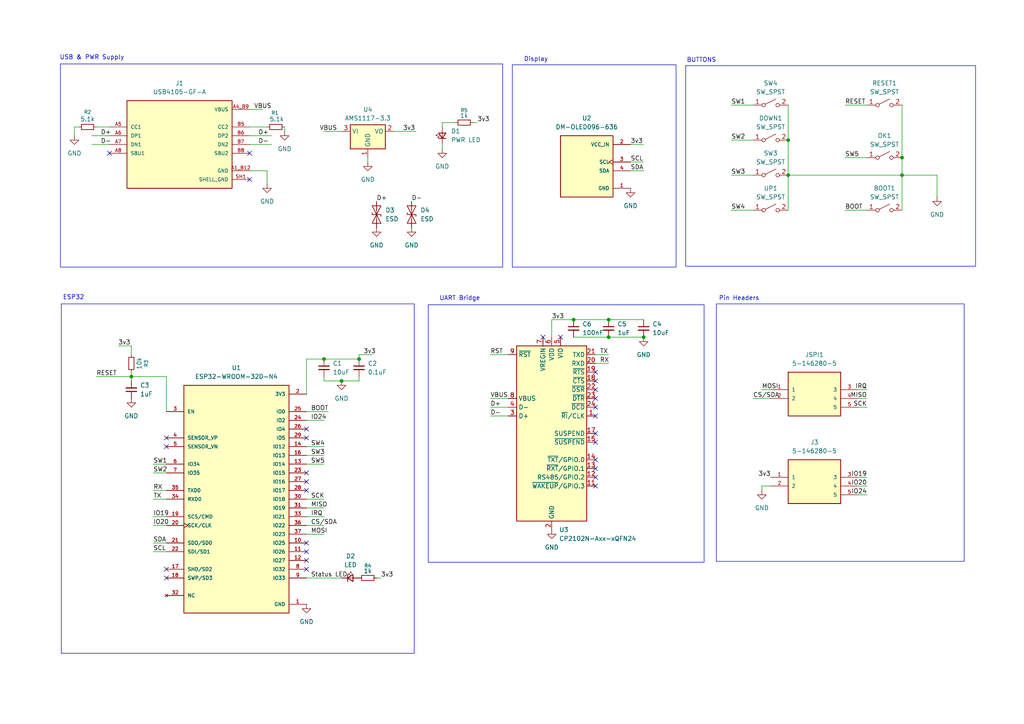
<source format=kicad_sch>
(kicad_sch (version 20250114) (generator "eeschema") (generator_version "9.0")
  (paper "A4")
  (title_block (title "ESSP 32 DEV Board") (date "2026-02-11") (rev "1"))
  (lib_symbols
    (symbol "5_pin_connector:5-146280-5" (pin_names (offset 1.016))
      (property "Reference" "J" (at -8.1295 7.6289 0))
      (property "Value" "5-146280-5" (at -7.6259 -7.6259 0))
      (symbol "5-146280-5_0_0"
        (rectangle (start -7.62 -5.08) (end 7.62 7.62) (stroke (width 0.254)) (fill (type background)))
        (pin passive line (at -12.7 2.54 0) (length 5.08) (name "1") (number "1"))
        (pin passive line (at -12.7 0 0) (length 5.08) (name "2") (number "2"))
        (pin passive line (at 12.7 2.54 180) (length 5.08) (name "3") (number "3"))
        (pin passive line (at 12.7 0 180) (length 5.08) (name "4") (number "4"))
        (pin passive line (at 12.7 -2.54 180) (length 5.08) (name "5") (number "5"))
      )
    )
    (symbol "Device:C_Small" (pin_numbers (hide yes)) (pin_names (offset 0.254) (hide yes))
      (property "Reference" "C" (at 0.254 1.778 0))
      (property "Value" "C_Small" (at 0.254 -2.032 0))
      (symbol "C_Small_0_1"
        (polyline (pts (xy -1.524 0.508) (xy 1.524 0.508)) (stroke (width 0.3048)))
        (polyline (pts (xy -1.524 -0.508) (xy 1.524 -0.508)) (stroke (width 0.3302)))
      )
      (symbol "C_Small_1_1"
        (pin passive line (at 0 2.54 270) (length 2.032) (name "~") (number "1"))
        (pin passive line (at 0 -2.54 90) (length 2.032) (name "~") (number "2"))
      )
    )
    (symbol "Device:LED_Small" (pin_numbers (hide yes)) (pin_names (offset 0.254) (hide yes))
      (property "Reference" "D" (at -1.27 3.175 0))
      (property "Value" "LED_Small" (at -4.445 -2.54 0))
      (symbol "LED_Small_0_1"
        (polyline (pts (xy -0.762 -1.016) (xy -0.762 1.016)) (stroke (width 0.254)))
        (polyline (pts (xy 0 0.762) (xy -0.508 1.27) (xy -0.254 1.27) (xy -0.508 1.27) (xy -0.508 1.016)))
        (polyline (pts (xy 0.508 1.27) (xy 0 1.778) (xy 0.254 1.778) (xy 0 1.778) (xy 0 1.524)))
        (polyline (pts (xy 0.762 -1.016) (xy -0.762 0) (xy 0.762 1.016) (xy 0.762 -1.016)) (stroke (width 0.254)))
        (polyline (pts (xy 1.016 0) (xy -0.762 0)))
      )
      (symbol "LED_Small_1_1"
        (pin passive line (at -2.54 0 0) (length 1.778) (name "K") (number "1"))
        (pin passive line (at 2.54 0 180) (length 1.778) (name "A") (number "2"))
      )
    )
    (symbol "Device:R_Small" (pin_numbers (hide yes)) (pin_names (offset 0.254) (hide yes))
      (property "Reference" "R" (at 0 0 90))
      (property "Value" "R_Small" (at 1.778 0 90))
      (symbol "R_Small_0_1"
        (rectangle (start -0.762 1.778) (end 0.762 -1.778) (stroke (width 0.2032)))
      )
      (symbol "R_Small_1_1"
        (pin passive line (at 0 2.54 270) (length 0.762) (name "~") (number "1"))
        (pin passive line (at 0 -2.54 90) (length 0.762) (name "~") (number "2"))
      )
    )
    (symbol "Diode:ESD131-B1-W0201" (pin_numbers (hide yes)) (pin_names (offset 1.016) (hide yes))
      (property "Reference" "D" (at 0 2.54 0))
      (property "Value" "ESD131-B1-W0201" (at 0 -2.54 0))
      (symbol "ESD131-B1-W0201_0_1"
        (polyline (pts (xy -2.54 -1.27) (xy 0 0) (xy -2.54 1.27) (xy -2.54 -1.27)) (stroke (width 0.2032)))
        (polyline (pts (xy 0.508 1.27) (xy 0 1.27) (xy 0 -1.27) (xy -0.508 -1.27)) (stroke (width 0.2032)))
        (polyline (pts (xy 1.27 0) (xy -1.27 0)))
        (polyline (pts (xy 2.54 1.27) (xy 2.54 -1.27) (xy 0 0) (xy 2.54 1.27)) (stroke (width 0.2032)))
      )
      (symbol "ESD131-B1-W0201_1_1"
        (pin passive line (at -3.81 0 0) (length 2.54) (name "A1") (number "1"))
        (pin passive line (at 3.81 0 180) (length 2.54) (name "A2") (number "2"))
      )
    )
    (symbol "ESP32-WROOM-32D-N4:ESP32-WROOM-32D-N4" (pin_names (offset 1.016))
      (property "Reference" "U" (at -15.0359 34.1345 0))
      (property "Value" "ESP32-WROOM-32D-N4" (at -15.2867 -35.6681 0))
      (symbol "ESP32-WROOM-32D-N4_0_0"
        (rectangle (start -15.24 -33.02) (end 15.24 33.02) (stroke (width 0.254)) (fill (type background)))
        (pin input line (at -20.32 25.4 0) (length 5.08) (name "EN") (number "3"))
        (pin input line (at -20.32 17.78 0) (length 5.08) (name "SENSOR_VP") (number "4"))
        (pin input line (at -20.32 15.24 0) (length 5.08) (name "SENSOR_VN") (number "5"))
        (pin input line (at -20.32 10.16 0) (length 5.08) (name "IO34") (number "6"))
        (pin input line (at -20.32 7.62 0) (length 5.08) (name "IO35") (number "7"))
        (pin bidirectional line (at -20.32 2.54 0) (length 5.08) (name "TXD0") (number "35"))
        (pin bidirectional line (at -20.32 0 0) (length 5.08) (name "RXD0") (number "34"))
        (pin bidirectional line (at -20.32 -5.08 0) (length 5.08) (name "SCS/CMD") (number "19"))
        (pin bidirectional clock (at -20.32 -7.62 0) (length 5.08) (name "SCK/CLK") (number "20"))
        (pin bidirectional line (at -20.32 -12.7 0) (length 5.08) (name "SDO/SD0") (number "21"))
        (pin bidirectional line (at -20.32 -15.24 0) (length 5.08) (name "SDI/SD1") (number "22"))
        (pin bidirectional line (at -20.32 -20.32 0) (length 5.08) (name "SHD/SD2") (number "17"))
        (pin bidirectional line (at -20.32 -22.86 0) (length 5.08) (name "SWP/SD3") (number "18"))
        (pin no_connect line (at -20.32 -27.94 0) (length 5.08) (name "NC") (number "32"))
        (pin power_in line (at 20.32 30.48 180) (length 5.08) (name "3V3") (number "2"))
        (pin bidirectional line (at 20.32 25.4 180) (length 5.08) (name "IO0") (number "25"))
        (pin bidirectional line (at 20.32 22.86 180) (length 5.08) (name "IO2") (number "24"))
        (pin bidirectional line (at 20.32 20.32 180) (length 5.08) (name "IO4") (number "26"))
        (pin bidirectional line (at 20.32 17.78 180) (length 5.08) (name "IO5") (number "29"))
        (pin bidirectional line (at 20.32 15.24 180) (length 5.08) (name "IO12") (number "14"))
        (pin bidirectional line (at 20.32 12.7 180) (length 5.08) (name "IO13") (number "16"))
        (pin bidirectional line (at 20.32 10.16 180) (length 5.08) (name "IO14") (number "13"))
        (pin bidirectional line (at 20.32 7.62 180) (length 5.08) (name "IO15") (number "23"))
        (pin bidirectional line (at 20.32 5.08 180) (length 5.08) (name "IO16") (number "27"))
        (pin bidirectional line (at 20.32 2.54 180) (length 5.08) (name "IO17") (number "28"))
        (pin bidirectional line (at 20.32 0 180) (length 5.08) (name "IO18") (number "30"))
        (pin bidirectional line (at 20.32 -2.54 180) (length 5.08) (name "IO19") (number "31"))
        (pin bidirectional line (at 20.32 -5.08 180) (length 5.08) (name "IO21") (number "33"))
        (pin bidirectional line (at 20.32 -7.62 180) (length 5.08) (name "IO22") (number "36"))
        (pin bidirectional line (at 20.32 -10.16 180) (length 5.08) (name "IO23") (number "37"))
        (pin bidirectional line (at 20.32 -12.7 180) (length 5.08) (name "IO25") (number "10"))
        (pin bidirectional line (at 20.32 -15.24 180) (length 5.08) (name "IO26") (number "11"))
        (pin bidirectional line (at 20.32 -17.78 180) (length 5.08) (name "IO27") (number "12"))
        (pin bidirectional line (at 20.32 -20.32 180) (length 5.08) (name "IO32") (number "8"))
        (pin bidirectional line (at 20.32 -22.86 180) (length 5.08) (name "IO33") (number "9"))
        (pin power_in line (at 20.32 -30.48 180) (length 5.08) (name "GND") (number "1"))
        (pin power_in line (at 20.32 -30.48 180) (length 5.08) (hide yes) (name "GND") (number "15"))
        (pin power_in line (at 20.32 -30.48 180) (length 5.08) (hide yes) (name "GND") (number "38"))
        (pin power_in line (at 20.32 -30.48 180) (length 5.08) (hide yes) (name "GND") (number "39_1"))
        (pin power_in line (at 20.32 -30.48 180) (length 5.08) (hide yes) (name "GND") (number "39_10"))
        (pin power_in line (at 20.32 -30.48 180) (length 5.08) (hide yes) (name "GND") (number "39_11"))
        (pin power_in line (at 20.32 -30.48 180) (length 5.08) (hide yes) (name "GND") (number "39_12"))
        (pin power_in line (at 20.32 -30.48 180) (length 5.08) (hide yes) (name "GND") (number "39_13"))
        (pin power_in line (at 20.32 -30.48 180) (length 5.08) (hide yes) (name "GND") (number "39_14"))
        (pin power_in line (at 20.32 -30.48 180) (length 5.08) (hide yes) (name "GND") (number "39_15"))
        (pin power_in line (at 20.32 -30.48 180) (length 5.08) (hide yes) (name "GND") (number "39_16"))
        (pin power_in line (at 20.32 -30.48 180) (length 5.08) (hide yes) (name "GND") (number "39_17"))
        (pin power_in line (at 20.32 -30.48 180) (length 5.08) (hide yes) (name "GND") (number "39_18"))
        (pin power_in line (at 20.32 -30.48 180) (length 5.08) (hide yes) (name "GND") (number "39_19"))
        (pin power_in line (at 20.32 -30.48 180) (length 5.08) (hide yes) (name "GND") (number "39_2"))
        (pin power_in line (at 20.32 -30.48 180) (length 5.08) (hide yes) (name "GND") (number "39_20"))
        (pin power_in line (at 20.32 -30.48 180) (length 5.08) (hide yes) (name "GND") (number "39_21"))
        (pin power_in line (at 20.32 -30.48 180) (length 5.08) (hide yes) (name "GND") (number "39_3"))
        (pin power_in line (at 20.32 -30.48 180) (length 5.08) (hide yes) (name "GND") (number "39_4"))
        (pin power_in line (at 20.32 -30.48 180) (length 5.08) (hide yes) (name "GND") (number "39_5"))
        (pin power_in line (at 20.32 -30.48 180) (length 5.08) (hide yes) (name "GND") (number "39_6"))
        (pin power_in line (at 20.32 -30.48 180) (length 5.08) (hide yes) (name "GND") (number "39_7"))
        (pin power_in line (at 20.32 -30.48 180) (length 5.08) (hide yes) (name "GND") (number "39_8"))
        (pin power_in line (at 20.32 -30.48 180) (length 5.08) (hide yes) (name "GND") (number "39_9"))
      )
    )
    (symbol "Interface_USB:CP2102N-Axx-xQFN24"
      (property "Reference" "U" (at -8.89 26.67 0))
      (property "Value" "CP2102N-Axx-xQFN24" (at 13.97 26.67 0))
      (symbol "CP2102N-Axx-xQFN24_0_1"
        (rectangle (start -10.16 25.4) (end 10.16 -25.4) (stroke (width 0.254)) (fill (type background)))
      )
      (symbol "CP2102N-Axx-xQFN24_1_1"
        (pin input line (at -12.7 22.86 0) (length 2.54) (name "~{RST}") (number "9"))
        (pin input line (at -12.7 10.16 0) (length 2.54) (name "VBUS") (number "8"))
        (pin bidirectional line (at -12.7 7.62 0) (length 2.54) (name "D-") (number "4"))
        (pin bidirectional line (at -12.7 5.08 0) (length 2.54) (name "D+") (number "3"))
        (pin no_connect line (at -10.16 -22.86 0) (length 2.54) (hide yes) (name "NC") (number "10"))
        (pin power_in line (at -2.54 27.94 270) (length 2.54) (name "VREGIN") (number "7"))
        (pin power_in line (at 0 27.94 270) (length 2.54) (name "VDD") (number "6"))
        (pin power_in line (at 0 -27.94 90) (length 2.54) (name "GND") (number "2"))
        (pin passive line (at 0 -27.94 90) (length 2.54) (hide yes) (name "GND") (number "25"))
        (pin power_in line (at 2.54 27.94 270) (length 2.54) (name "VIO") (number "5"))
        (pin no_connect line (at 10.16 -22.86 180) (length 2.54) (hide yes) (name "NC") (number "16"))
        (pin output line (at 12.7 22.86 180) (length 2.54) (name "TXD") (number "21"))
        (pin input line (at 12.7 20.32 180) (length 2.54) (name "RXD") (number "20"))
        (pin output line (at 12.7 17.78 180) (length 2.54) (name "~{RTS}") (number "19"))
        (pin input line (at 12.7 15.24 180) (length 2.54) (name "~{CTS}") (number "18"))
        (pin input line (at 12.7 12.7 180) (length 2.54) (name "~{DSR}") (number "22"))
        (pin output line (at 12.7 10.16 180) (length 2.54) (name "~{DTR}") (number "23"))
        (pin input line (at 12.7 7.62 180) (length 2.54) (name "~{DCD}") (number "24"))
        (pin bidirectional line (at 12.7 5.08 180) (length 2.54) (name "~{RI}/CLK") (number "1"))
        (pin output line (at 12.7 0 180) (length 2.54) (name "SUSPEND") (number "17"))
        (pin output line (at 12.7 -2.54 180) (length 2.54) (name "~{SUSPEND}") (number "15"))
        (pin bidirectional line (at 12.7 -7.62 180) (length 2.54) (name "~{TXT}/GPIO.0") (number "14"))
        (pin bidirectional line (at 12.7 -10.16 180) (length 2.54) (name "~{RXT}/GPIO.1") (number "13"))
        (pin bidirectional line (at 12.7 -12.7 180) (length 2.54) (name "RS485/GPIO.2") (number "12"))
        (pin bidirectional line (at 12.7 -15.24 180) (length 2.54) (name "~{WAKEUP}/GPIO.3") (number "11"))
      )
    )
    (symbol "OLED096-ssd1306:DM-OLED096-636" (pin_names (offset 1.016))
      (property "Reference" "U" (at -7.62 10.922 0))
      (property "Value" "DM-OLED096-636" (at -7.62 -10.16 0))
      (symbol "DM-OLED096-636_0_0"
        (rectangle (start -7.62 -7.62) (end 7.62 10.16) (stroke (width 0.254)) (fill (type background)))
        (pin power_in line (at 12.7 7.62 180) (length 5.08) (name "VCC_IN") (number "2"))
        (pin input clock (at 12.7 2.54 180) (length 5.08) (name "SCL") (number "3"))
        (pin bidirectional line (at 12.7 0 180) (length 5.08) (name "SDA") (number "4"))
        (pin power_in line (at 12.7 -5.08 180) (length 5.08) (name "GND") (number "1"))
      )
    )
    (symbol "Regulator_Linear:AMS1117-3.3"
      (property "Reference" "U" (at -3.81 3.175 0))
      (property "Value" "AMS1117-3.3" (at 0 3.175 0))
      (symbol "AMS1117-3.3_0_1"
        (rectangle (start -5.08 -5.08) (end 5.08 1.905) (stroke (width 0.254)) (fill (type background)))
      )
      (symbol "AMS1117-3.3_1_1"
        (pin power_in line (at -7.62 0 0) (length 2.54) (name "VI") (number "3"))
        (pin power_in line (at 0 -7.62 90) (length 2.54) (name "GND") (number "1"))
        (pin power_out line (at 7.62 0 180) (length 2.54) (name "VO") (number "2"))
      )
    )
    (symbol "Switch:SW_SPST" (pin_names (offset 0) (hide yes))
      (property "Reference" "SW" (at 0 3.175 0))
      (property "Value" "SW_SPST" (at 0 -2.54 0))
      (symbol "SW_SPST_0_0"
        (circle (center -2.032 0) (radius 0.508))
        (polyline (pts (xy -1.524 0.254) (xy 1.524 1.778)))
        (circle (center 2.032 0) (radius 0.508))
      )
      (symbol "SW_SPST_1_1"
        (pin passive line (at -5.08 0 0) (length 2.54) (name "A") (number "1"))
        (pin passive line (at 5.08 0 180) (length 2.54) (name "B") (number "2"))
      )
    )
    (symbol "USB_C_4105-GF-A:USB4105-GF-A" (pin_names (offset 1.016))
      (property "Reference" "J" (at -15.24 13.97 0))
      (property "Value" "USB4105-GF-A" (at -15.24 -15.24 0))
      (symbol "USB4105-GF-A_0_0"
        (rectangle (start -15.24 -12.7) (end 15.24 12.7) (stroke (width 0.254)) (fill (type background)))
        (pin bidirectional line (at -20.32 5.08 0) (length 5.08) (name "CC1") (number "A5"))
        (pin bidirectional line (at -20.32 2.54 0) (length 5.08) (name "DP1") (number "A6"))
        (pin bidirectional line (at -20.32 0 0) (length 5.08) (name "DN1") (number "A7"))
        (pin bidirectional line (at -20.32 -2.54 0) (length 5.08) (name "SBU1") (number "A8"))
        (pin power_in line (at 20.32 10.16 180) (length 5.08) (name "VBUS") (number "A4_B9"))
        (pin power_in line (at 20.32 10.16 180) (length 5.08) (hide yes) (name "VBUS") (number "B4_A9"))
        (pin bidirectional line (at 20.32 5.08 180) (length 5.08) (name "CC2") (number "B5"))
        (pin bidirectional line (at 20.32 2.54 180) (length 5.08) (name "DP2") (number "B6"))
        (pin bidirectional line (at 20.32 0 180) (length 5.08) (name "DN2") (number "B7"))
        (pin bidirectional line (at 20.32 -2.54 180) (length 5.08) (name "SBU2") (number "B8"))
        (pin power_in line (at 20.32 -7.62 180) (length 5.08) (name "GND") (number "A1_B12"))
        (pin power_in line (at 20.32 -7.62 180) (length 5.08) (hide yes) (name "GND") (number "B1_A12"))
        (pin power_in line (at 20.32 -10.16 180) (length 5.08) (name "SHELL_GND") (number "SH1"))
        (pin power_in line (at 20.32 -10.16 180) (length 5.08) (hide yes) (name "SHELL_GND") (number "SH2"))
        (pin power_in line (at 20.32 -10.16 180) (length 5.08) (hide yes) (name "SHELL_GND") (number "SH3"))
        (pin power_in line (at 20.32 -10.16 180) (length 5.08) (hide yes) (name "SHELL_GND") (number "SH4"))
      )
    )
    (symbol "power:GND" (power) (pin_numbers (hide yes)) (pin_names (offset 0) (hide yes))
      (property "Value" "GND" (at 0 -3.81 0))
      (symbol "GND_0_1"
        (polyline (pts (xy 0 0) (xy 0 -1.27) (xy 1.27 -1.27) (xy 0 -2.54) (xy -1.27 -1.27) (xy 0 -1.27)))
      )
      (symbol "GND_1_1"
        (pin power_in line (at 0 0 270) (length 0) (name "~") (number "1"))
      )
    )
  )
  (rectangle (start 17.78 88.138) (end 120.142 189.484))
  (rectangle (start 148.59 18.796) (end 196.088 77.47))
  (rectangle (start 124.206 88.392) (end 204.216 163.068))
  (rectangle (start 207.772 88.138) (end 279.654 162.814))
  (rectangle (start 198.882 19.05) (end 282.956 77.216))
  (rectangle (start 17.526 18.542) (end 145.796 77.47))
  (text "UART Bridge" (at 133.35 86.614 0) (effects (font (size 1.27 1.27))))
  (text "Display\n" (at 155.448 17.272 0) (effects (font (size 1.27 1.27))))
  (text "BUTTONS\n" (at 203.454 17.526 0) (effects (font (size 1.27 1.27))))
  (text "ESP32\n" (at 21.336 86.36 0) (effects (font (size 1.27 1.27))))
  (text "USB & PWR Supply\n" (at 26.67 16.764 0) (effects (font (size 1.27 1.27))))
  (text "Pin Headers\n" (at 214.376 86.614 0) (effects (font (size 1.27 1.27))))
  (junction (at 166.37 92.71))
  (junction (at 99.06 110.49))
  (junction (at 104.14 104.14))
  (junction (at 261.62 45.72))
  (junction (at 186.69 97.79))
  (junction (at 93.98 104.14))
  (junction (at 228.6 50.8))
  (junction (at 261.62 50.8))
  (junction (at 176.53 92.71))
  (junction (at 228.6 40.64))
  (junction (at 38.1 109.22))
  (junction (at 176.53 97.79))
  (no_connect (at 172.72 125.73))
  (no_connect (at 172.72 115.57))
  (no_connect (at 172.72 140.97))
  (no_connect (at 172.72 128.27))
  (no_connect (at 48.26 165.1))
  (no_connect (at 48.26 129.54))
  (no_connect (at 88.9 137.16))
  (no_connect (at 72.39 52.07))
  (no_connect (at 162.56 97.79))
  (no_connect (at 88.9 127))
  (no_connect (at 172.72 133.35))
  (no_connect (at 172.72 135.89))
  (no_connect (at 88.9 162.56))
  (no_connect (at 172.72 107.95))
  (no_connect (at 88.9 142.24))
  (no_connect (at 88.9 157.48))
  (no_connect (at 172.72 138.43))
  (no_connect (at 172.72 120.65))
  (no_connect (at 88.9 124.46))
  (no_connect (at 172.72 110.49))
  (no_connect (at 31.75 44.45))
  (no_connect (at 72.39 44.45))
  (no_connect (at 48.26 167.64))
  (no_connect (at 88.9 160.02))
  (no_connect (at 88.9 139.7))
  (no_connect (at 88.9 165.1))
  (no_connect (at 172.72 118.11))
  (no_connect (at 48.26 127))
  (no_connect (at 157.48 97.79))
  (no_connect (at 172.72 113.03))
  (wire (pts (xy 128.27 43.18) (xy 128.27 41.91)))
  (wire (pts (xy 220.98 113.03) (xy 223.52 113.03)))
  (wire (pts (xy 88.9 134.62) (xy 93.98 134.62)))
  (wire (pts (xy 172.72 105.41) (xy 176.53 105.41)))
  (wire (pts (xy 182.88 46.99) (xy 186.69 46.99)))
  (wire (pts (xy 137.16 35.56) (xy 138.43 35.56)))
  (wire (pts (xy 44.45 142.24) (xy 48.26 142.24)))
  (wire (pts (xy 88.9 144.78) (xy 93.98 144.78)))
  (wire (pts (xy 128.27 35.56) (xy 132.08 35.56)))
  (wire (pts (xy 72.39 31.75) (xy 76.2 31.75)))
  (wire (pts (xy 93.98 109.22) (xy 93.98 110.49)))
  (wire (pts (xy 261.62 45.72) (xy 261.62 50.8)))
  (wire (pts (xy 88.9 132.08) (xy 93.98 132.08)))
  (wire (pts (xy 34.29 100.33) (xy 38.1 100.33)))
  (wire (pts (xy 212.09 60.96) (xy 218.44 60.96)))
  (wire (pts (xy 142.24 120.65) (xy 147.32 120.65)))
  (wire (pts (xy 27.94 109.22) (xy 38.1 109.22)))
  (wire (pts (xy 72.39 49.53) (xy 77.47 49.53)))
  (wire (pts (xy 104.14 110.49) (xy 104.14 109.22)))
  (wire (pts (xy 160.02 92.71) (xy 160.02 97.79)))
  (wire (pts (xy 261.62 50.8) (xy 261.62 60.96)))
  (wire (pts (xy 88.9 104.14) (xy 88.9 114.3)))
  (wire (pts (xy 212.09 50.8) (xy 218.44 50.8)))
  (wire (pts (xy 93.98 104.14) (xy 88.9 104.14)))
  (wire (pts (xy 44.45 137.16) (xy 48.26 137.16)))
  (wire (pts (xy 38.1 107.95) (xy 38.1 109.22)))
  (wire (pts (xy 245.11 60.96) (xy 251.46 60.96)))
  (wire (pts (xy 104.14 104.14) (xy 104.14 102.87)))
  (wire (pts (xy 176.53 92.71) (xy 186.69 92.71)))
  (wire (pts (xy 77.47 49.53) (xy 77.47 53.34)))
  (wire (pts (xy 176.53 97.79) (xy 186.69 97.79)))
  (wire (pts (xy 44.45 144.78) (xy 48.26 144.78)))
  (wire (pts (xy 218.44 115.57) (xy 223.52 115.57)))
  (wire (pts (xy 109.22 167.64) (xy 110.49 167.64)))
  (wire (pts (xy 271.78 50.8) (xy 261.62 50.8)))
  (wire (pts (xy 248.92 138.43) (xy 251.46 138.43)))
  (wire (pts (xy 44.45 134.62) (xy 48.26 134.62)))
  (wire (pts (xy 93.98 38.1) (xy 99.06 38.1)))
  (wire (pts (xy 104.14 102.87) (xy 107.95 102.87)))
  (wire (pts (xy 182.88 49.53) (xy 186.69 49.53)))
  (wire (pts (xy 93.98 110.49) (xy 99.06 110.49)))
  (wire (pts (xy 72.39 41.91) (xy 78.74 41.91)))
  (wire (pts (xy 142.24 102.87) (xy 147.32 102.87)))
  (wire (pts (xy 88.9 167.64) (xy 99.06 167.64)))
  (wire (pts (xy 21.59 36.83) (xy 21.59 39.37)))
  (wire (pts (xy 228.6 30.48) (xy 228.6 40.64)))
  (wire (pts (xy 228.6 50.8) (xy 228.6 60.96)))
  (wire (pts (xy 88.9 147.32) (xy 93.98 147.32)))
  (wire (pts (xy 106.68 45.72) (xy 106.68 46.99)))
  (wire (pts (xy 48.26 119.38) (xy 48.26 109.22)))
  (wire (pts (xy 212.09 40.64) (xy 218.44 40.64)))
  (wire (pts (xy 142.24 115.57) (xy 147.32 115.57)))
  (wire (pts (xy 160.02 92.71) (xy 166.37 92.71)))
  (wire (pts (xy 271.78 57.15) (xy 271.78 50.8)))
  (wire (pts (xy 93.98 104.14) (xy 104.14 104.14)))
  (wire (pts (xy 220.98 142.24) (xy 220.98 140.97)))
  (wire (pts (xy 26.67 41.91) (xy 31.75 41.91)))
  (wire (pts (xy 245.11 30.48) (xy 251.46 30.48)))
  (wire (pts (xy 88.9 154.94) (xy 93.98 154.94)))
  (wire (pts (xy 38.1 102.87) (xy 38.1 100.33)))
  (wire (pts (xy 99.06 110.49) (xy 104.14 110.49)))
  (wire (pts (xy 182.88 41.91) (xy 186.69 41.91)))
  (wire (pts (xy 38.1 109.22) (xy 38.1 110.49)))
  (wire (pts (xy 88.9 149.86) (xy 93.98 149.86)))
  (wire (pts (xy 44.45 149.86) (xy 48.26 149.86)))
  (wire (pts (xy 88.9 119.38) (xy 95.25 119.38)))
  (wire (pts (xy 172.72 102.87) (xy 176.53 102.87)))
  (wire (pts (xy 44.45 152.4) (xy 48.26 152.4)))
  (wire (pts (xy 212.09 30.48) (xy 218.44 30.48)))
  (wire (pts (xy 38.1 109.22) (xy 48.26 109.22)))
  (wire (pts (xy 245.11 45.72) (xy 251.46 45.72)))
  (wire (pts (xy 114.3 38.1) (xy 120.65 38.1)))
  (wire (pts (xy 248.92 143.51) (xy 251.46 143.51)))
  (wire (pts (xy 142.24 118.11) (xy 147.32 118.11)))
  (wire (pts (xy 72.39 39.37) (xy 78.74 39.37)))
  (wire (pts (xy 44.45 157.48) (xy 48.26 157.48)))
  (wire (pts (xy 248.92 115.57) (xy 251.46 115.57)))
  (wire (pts (xy 26.67 39.37) (xy 31.75 39.37)))
  (wire (pts (xy 166.37 97.79) (xy 176.53 97.79)))
  (wire (pts (xy 261.62 30.48) (xy 261.62 45.72)))
  (wire (pts (xy 27.94 36.83) (xy 31.75 36.83)))
  (wire (pts (xy 128.27 36.83) (xy 128.27 35.56)))
  (wire (pts (xy 228.6 50.8) (xy 261.62 50.8)))
  (wire (pts (xy 166.37 92.71) (xy 176.53 92.71)))
  (wire (pts (xy 88.9 129.54) (xy 93.98 129.54)))
  (wire (pts (xy 248.92 140.97) (xy 251.46 140.97)))
  (wire (pts (xy 22.86 36.83) (xy 21.59 36.83)))
  (wire (pts (xy 88.9 121.92) (xy 93.98 121.92)))
  (wire (pts (xy 72.39 36.83) (xy 77.47 36.83)))
  (wire (pts (xy 88.9 152.4) (xy 93.98 152.4)))
  (wire (pts (xy 228.6 40.64) (xy 228.6 50.8)))
  (wire (pts (xy 82.55 36.83) (xy 82.55 38.1)))
  (wire (pts (xy 251.46 118.11) (xy 248.92 118.11)))
  (wire (pts (xy 248.92 113.03) (xy 251.46 113.03)))
  (wire (pts (xy 44.45 160.02) (xy 48.26 160.02)))
  (wire (pts (xy 220.98 140.97) (xy 223.52 140.97)))
  (label "D+" (at 29.21 39.37 0))
  (label "SW5" (at 245.11 45.72 0))
  (label "MISO" (at 90.17 147.32 0))
  (label "SCL" (at 182.88 46.99 0))
  (label "Status LED" (at 90.17 167.64 0))
  (label "3v3" (at 160.02 92.71 0))
  (label "CS{slash}SDA" (at 218.44 115.57 0))
  (label "IO24" (at 251.46 143.51 180))
  (label "SCK" (at 251.46 118.11 180))
  (label "3v3" (at 223.52 138.43 180))
  (label "SW3" (at 90.17 132.08 0))
  (label "IRQ" (at 251.46 113.03 180))
  (label "D-" (at 74.93 41.91 0))
  (label "SDA" (at 182.88 49.53 0))
  (label "SDA" (at 44.45 157.48 0))
  (label "CS{slash}SDA" (at 90.17 152.4 0))
  (label "VBUS" (at 73.66 31.75 0))
  (label "SCL" (at 44.45 160.02 0))
  (label "3v3" (at 110.49 167.64 0))
  (label "3v3" (at 182.88 41.91 0))
  (label "SW4" (at 90.17 129.54 0))
  (label "SW3" (at 212.09 50.8 0))
  (label "3v3" (at 138.43 35.56 0))
  (label "IO19" (at 251.46 138.43 180))
  (label "D+" (at 74.93 39.37 0))
  (label "SW1" (at 212.09 30.48 0))
  (label "RESET" (at 245.11 30.48 0))
  (label "IRQ" (at 90.17 149.86 0))
  (label "IO19" (at 44.45 149.86 0))
  (label "D+" (at 142.24 118.11 0))
  (label "RST" (at 142.24 102.87 0))
  (label "RX" (at 44.45 142.24 0))
  (label "TX" (at 173.99 102.87 0))
  (label "D-" (at 142.24 120.65 0))
  (label "IO20" (at 44.45 152.4 0))
  (label "MOSI" (at 220.98 113.03 0))
  (label "VBUS" (at 97.79 38.1 180))
  (label "D-" (at 119.38 58.42 0))
  (label "TX" (at 44.45 144.78 0))
  (label "SW4" (at 212.09 60.96 0))
  (label "MOSI" (at 90.17 154.94 0))
  (label "VBUS" (at 142.24 115.57 0))
  (label "3v3" (at 116.84 38.1 0))
  (label "3v3" (at 34.29 100.33 0))
  (label "RESET" (at 27.94 109.22 0))
  (label "SW2" (at 44.45 137.16 0))
  (label "BOOT" (at 245.11 60.96 0))
  (label "IO20" (at 251.46 140.97 180))
  (label "MISO" (at 251.46 115.57 180))
  (label "IO24" (at 90.17 121.92 0))
  (label "SW5" (at 90.17 134.62 0))
  (label "3v3" (at 105.41 102.87 0))
  (label "RX" (at 173.99 105.41 0))
  (label "BOOT" (at 90.17 119.38 0))
  (label "D+" (at 109.22 58.42 0))
  (label "SW2" (at 212.09 40.64 0))
  (label "D-" (at 29.21 41.91 0))
  (label "SCK" (at 90.17 144.78 0))
  (label "SW1" (at 44.45 134.62 0))
  (symbol (lib_id "power:GND") (at 106.68 46.99 0) (unit 1)
    (property "Reference" "#PWR04" (effects (hide yes)))
    (property "Value" "GND" (at 106.68 52.07 0))
    (property "Description" "Power symbol creates a global label with name \"GND\" , ground" (effects (hide yes)))
  )
  (symbol (lib_id "Device:LED_Small") (at 101.6 167.64 0) (unit 1)
    (property "Reference" "D2" (at 101.6635 161.29 0))
    (property "Value" "LED" (at 101.6635 163.83 0))
    (property "Footprint" "LED_SMD:LED_0603_1608Metric" (effects (hide yes)))
    (property "Description" "Light emitting diode, small symbol" (effects (hide yes)))
    (property "Sim.Pin" "1=K 2=A" (effects (hide yes)))
  )
  (symbol (lib_id "power:GND") (at 271.78 57.15 0) (unit 1)
    (property "Reference" "#PWR015" (effects (hide yes)))
    (property "Value" "GND" (at 271.78 62.23 0))
    (property "Description" "Power symbol creates a global label with name \"GND\" , ground" (effects (hide yes)))
  )
  (symbol (lib_id "Device:C_Small") (at 166.37 95.25 0) (unit 1)
    (property "Reference" "C6" (at 168.91 93.9862 0) (effects (justify left)))
    (property "Value" "100nF" (at 168.91 96.5262 0) (effects (justify left)))
    (property "Footprint" "Capacitor_SMD:C_0402_1005Metric" (effects (hide yes)))
    (property "Description" "Unpolarized capacitor, small symbol" (effects (hide yes)))
  )
  (symbol (lib_id "ESP32-WROOM-32D-N4:ESP32-WROOM-32D-N4") (at 68.58 144.78 0) (unit 1)
    (property "Reference" "U1" (at 68.58 106.68 0))
    (property "Value" "ESP32-WROOM-32D-N4" (at 68.58 109.22 0))
    (property "Footprint" "ESP32-WROOM-32D-N4:MODULE_ESP32-WROOM-32D-N4" (effects (hide yes)))
    (property "Datasheet" "https://documentation.espressif.com/esp32-wroom-32d_esp32-wroom-32u_datasheet_en.pdf" (effects (hide yes)))
    (property "DigiKey_Part_Number" "1965-ESP32-WROOM-32D-N4CT-ND" (effects (hide yes)))
    (property "SnapEDA_Link" "https://www.snapeda.com/parts/ESP32-WROOM-32D-N4/Espressif+Systems/view-part/?ref=snap" (effects (hide yes)))
    (property "SNAPEDA_PACKAGE_ID" "38981" (effects (hide yes)))
    (property "Package" "Non Standard Espressif Systems" (effects (hide yes)))
    (property "Check_prices" "https://www.snapeda.com/parts/ESP32-WROOM-32D-N4/Espressif+Systems/view-part/?ref=eda" (effects (hide yes)))
    (property "STANDARD" "Manufacturer Recommendations" (effects (hide yes)))
    (property "PARTREV" "1.9" (effects (hide yes)))
    (property "MF" "Espressif Systems" (effects (hide yes)))
    (property "MP" "ESP32-WROOM-32D-N4" (effects (hide yes)))
    (property "Description_1" "Bluetooth, WiFi 802.11b/g/n, Bluetooth v4.2 +EDR, Class 1, 2 and 3 Transceiver Module 2.4GHz ~ 2.5GHz Integrated, Trace Surface Mount" (effects (hide yes)))
    (property "MANUFACTURER" "Espressif Systems" (effects (hide yes)))
    (property "MAXIMUM_PACKAGE_HEIGHT" "3.2 mm" (effects (hide yes)))
  )
  (symbol (lib_id "power:GND") (at 21.59 39.37 0) (unit 1)
    (property "Reference" "#PWR03" (effects (hide yes)))
    (property "Value" "GND" (at 21.59 44.45 0))
    (property "Description" "Power symbol creates a global label with name \"GND\" , ground" (effects (hide yes)))
  )
  (symbol (lib_id "Switch:SW_SPST") (at 256.54 60.96 0) (unit 1)
    (property "Reference" "BOOT1" (at 256.54 54.61 0))
    (property "Value" "SW_SPST" (at 256.54 57.15 0))
    (property "Footprint" "Button_Switch_SMD:SW_SPST_TL3342" (effects (hide yes)))
    (property "Description" "Single Pole Single Throw (SPST) switch" (effects (hide yes)))
  )
  (symbol (lib_id "Interface_USB:CP2102N-Axx-xQFN24") (at 160.02 125.73 0) (unit 1)
    (property "Reference" "U3" (at 162.1633 153.67 0) (effects (justify left)))
    (property "Value" "CP2102N-Axx-xQFN24" (at 162.1633 156.21 0) (effects (justify left)))
    (property "Footprint" "Package_DFN_QFN:QFN-64-1EP_9x9mm_P0.5mm_EP4.1x4.1mm" (effects (hide yes)))
    (property "Datasheet" "https://www.silabs.com/documents/public/data-sheets/cp2102n-datasheet.pdf" (effects (hide yes)))
    (property "Description" "USB to UART master bridge, QFN-24" (effects (hide yes)))
  )
  (symbol (lib_id "Device:C_Small") (at 38.1 113.03 180) (unit 1)
    (property "Reference" "C3" (at 40.64 111.7535 0) (effects (justify right)))
    (property "Value" "1uF" (at 40.64 114.2935 0) (effects (justify right)))
    (property "Footprint" "Capacitor_SMD:C_0402_1005Metric" (effects (hide yes)))
    (property "Description" "Unpolarized capacitor, small symbol" (effects (hide yes)))
  )
  (symbol (lib_id "power:GND") (at 109.22 66.04 0) (unit 1)
    (property "Reference" "#PWR013" (effects (hide yes)))
    (property "Value" "GND" (at 109.22 71.12 0))
    (property "Description" "Power symbol creates a global label with name \"GND\" , ground" (effects (hide yes)))
  )
  (symbol (lib_id "Regulator_Linear:AMS1117-3.3") (at 106.68 38.1 0) (unit 1)
    (property "Reference" "U4" (at 106.68 31.75 0))
    (property "Value" "AMS1117-3.3" (at 106.68 34.29 0))
    (property "Footprint" "Package_TO_SOT_SMD:SOT-223-3_TabPin2" (effects (hide yes)))
    (property "Datasheet" "http://www.advanced-monolithic.com/pdf/ds1117.pdf" (effects (hide yes)))
    (property "Description" "1A Low Dropout regulator, positive, 3.3V fixed output, SOT-223" (effects (hide yes)))
  )
  (symbol (lib_id "power:GND") (at 182.88 54.61 0) (unit 1)
    (property "Reference" "#PWR010" (effects (hide yes)))
    (property "Value" "GND" (at 182.88 59.69 0))
    (property "Description" "Power symbol creates a global label with name \"GND\" , ground" (effects (hide yes)))
  )
  (symbol (lib_id "Switch:SW_SPST") (at 223.52 40.64 0) (unit 1)
    (property "Reference" "DOWN1" (at 223.52 34.29 0))
    (property "Value" "SW_SPST" (at 223.52 36.83 0))
    (property "Footprint" "Button_Switch_SMD:SW_SPST_TL3305A" (effects (hide yes)))
    (property "Description" "Single Pole Single Throw (SPST) switch" (effects (hide yes)))
  )
  (symbol (lib_id "Device:R_Small") (at 106.68 167.64 270) (unit 1)
    (property "Reference" "R4" (at 106.68 164.084 90) (effects (font (size 1.016 1.016))))
    (property "Value" "1k" (at 106.68 165.608 90))
    (property "Footprint" "Resistor_SMD:R_0402_1005Metric" (effects (hide yes)))
    (property "Description" "Resistor, small symbol" (effects (hide yes)))
  )
  (symbol (lib_id "OLED096-ssd1306:DM-OLED096-636") (at 170.18 49.53 0) (unit 1)
    (property "Reference" "U2" (at 170.18 34.29 0))
    (property "Value" "DM-OLED096-636" (at 170.18 36.83 0))
    (property "Footprint" "OLED096-ssd1306:OLED096-ssd1306" (effects (hide yes)))
    (property "MF" "Display Module" (effects (hide yes)))
    (property "MAXIMUM_PACKAGE_HEIGHT" "11.3 mm" (effects (hide yes)))
    (property "Package" "Package" (effects (hide yes)))
    (property "Price" "None" (effects (hide yes)))
    (property "Check_prices" "https://www.snapeda.com/parts/DM-OLED096-636/Display+Module/view-part/?ref=eda" (effects (hide yes)))
    (property "STANDARD" "Manufacturer Recommendations" (effects (hide yes)))
    (property "PARTREV" "2018-09-10" (effects (hide yes)))
    (property "SnapEDA_Link" "https://www.snapeda.com/parts/DM-OLED096-636/Display+Module/view-part/?ref=snap" (effects (hide yes)))
    (property "MP" "DM-OLED096-636" (effects (hide yes)))
    (property "Description_1" "0.96” 128 X 64 MONOCHROME GRAPHIC OLED DISPLAY MODULE - I2C" (effects (hide yes)))
    (property "Availability" "Not in stock" (effects (hide yes)))
    (property "MANUFACTURER" "Displaymodule" (effects (hide yes)))
  )
  (symbol (lib_id "Switch:SW_SPST") (at 256.54 45.72 0) (unit 1)
    (property "Reference" "OK1" (at 256.54 39.37 0))
    (property "Value" "SW_SPST" (at 256.54 41.91 0))
    (property "Footprint" "Button_Switch_SMD:SW_SPST_TL3305A" (effects (hide yes)))
    (property "Description" "Single Pole Single Throw (SPST) switch" (effects (hide yes)))
  )
  (symbol (lib_id "Device:C_Small") (at 93.98 106.68 0) (unit 1)
    (property "Reference" "C1" (at 96.52 105.4162 0) (effects (justify left)))
    (property "Value" "10uF" (at 96.52 107.9562 0) (effects (justify left)))
    (property "Footprint" "Capacitor_SMD:C_0402_1005Metric" (effects (hide yes)))
    (property "Description" "Unpolarized capacitor, small symbol" (effects (hide yes)))
  )
  (symbol (lib_id "Device:R_Small") (at 134.62 35.56 270) (unit 1)
    (property "Reference" "R5" (at 134.62 32.004 90) (effects (font (size 1.016 1.016))))
    (property "Value" "1k" (at 134.62 33.528 90))
    (property "Footprint" "Resistor_SMD:R_0402_1005Metric" (effects (hide yes)))
    (property "Description" "Resistor, small symbol" (effects (hide yes)))
  )
  (symbol (lib_id "power:GND") (at 119.38 66.04 0) (unit 1)
    (property "Reference" "#PWR014" (effects (hide yes)))
    (property "Value" "GND" (at 119.38 71.12 0))
    (property "Description" "Power symbol creates a global label with name \"GND\" , ground" (effects (hide yes)))
  )
  (symbol (lib_id "Switch:SW_SPST") (at 223.52 60.96 0) (unit 1)
    (property "Reference" "UP1" (at 223.52 54.61 0))
    (property "Value" "SW_SPST" (at 223.52 57.15 0))
    (property "Footprint" "Button_Switch_SMD:SW_SPST_TL3305A" (effects (hide yes)))
    (property "Description" "Single Pole Single Throw (SPST) switch" (effects (hide yes)))
  )
  (symbol (lib_id "power:GND") (at 220.98 142.24 0) (unit 1)
    (property "Reference" "#PWR011" (effects (hide yes)))
    (property "Value" "GND" (at 220.98 147.32 0))
    (property "Description" "Power symbol creates a global label with name \"GND\" , ground" (effects (hide yes)))
  )
  (symbol (lib_id "Device:R_Small") (at 80.01 36.83 90) (unit 1)
    (property "Reference" "R1" (at 79.756 32.766 90) (effects (font (size 1.016 1.016))))
    (property "Value" "5.1k" (at 80.264 34.544 90))
    (property "Footprint" "Resistor_SMD:R_0402_1005Metric" (effects (hide yes)))
    (property "Description" "Resistor, small symbol" (effects (hide yes)))
  )
  (symbol (lib_id "Switch:SW_SPST") (at 223.52 30.48 0) (unit 1)
    (property "Reference" "SW4" (at 223.52 24.13 0))
    (property "Value" "SW_SPST" (at 223.52 26.67 0))
    (property "Footprint" "Button_Switch_SMD:SW_SPST_TL3305A" (effects (hide yes)))
    (property "Description" "Single Pole Single Throw (SPST) switch" (effects (hide yes)))
  )
  (symbol (lib_id "Device:C_Small") (at 186.69 95.25 0) (unit 1)
    (property "Reference" "C4" (at 189.23 93.9862 0) (effects (justify left)))
    (property "Value" "10uF" (at 189.23 96.5262 0) (effects (justify left)))
    (property "Footprint" "Capacitor_SMD:C_0402_1005Metric" (effects (hide yes)))
    (property "Description" "Unpolarized capacitor, small symbol" (effects (hide yes)))
  )
  (symbol (lib_id "power:GND") (at 160.02 153.67 0) (unit 1)
    (property "Reference" "#PWR08" (effects (hide yes)))
    (property "Value" "GND" (at 160.02 158.75 0))
    (property "Description" "Power symbol creates a global label with name \"GND\" , ground" (effects (hide yes)))
  )
  (symbol (lib_id "Diode:ESD131-B1-W0201") (at 119.38 62.23 270) (unit 1)
    (property "Reference" "D4" (at 121.92 60.9599 90) (effects (justify left)))
    (property "Value" "ESD" (at 121.92 63.4999 90) (effects (justify left)))
    (property "Footprint" "Diode_SMD:D_0402_1005Metric" (effects (hide yes)))
    (property "Datasheet" "https://www.infineon.com/dgdl/Infineon-ESD131-B1-W0201-DataSheet-v02_00-EN.pdf?fileId=5546d4625cc9456a015ce94850964889" (effects (hide yes)))
    (property "Description" "Bidirectional ESD protection diode, ±5.5Vrwm, 0.23pF, SG-WLL-2-3" (effects (hide yes)))
  )
  (symbol (lib_id "Switch:SW_SPST") (at 256.54 30.48 0) (unit 1)
    (property "Reference" "RESET1" (at 256.54 24.13 0))
    (property "Value" "SW_SPST" (at 256.54 26.67 0))
    (property "Footprint" "Button_Switch_SMD:SW_SPST_TL3342" (effects (hide yes)))
    (property "Description" "Single Pole Single Throw (SPST) switch" (effects (hide yes)))
  )
  (symbol (lib_id "Diode:ESD131-B1-W0201") (at 109.22 62.23 90) (unit 1)
    (property "Reference" "D3" (at 111.76 60.9599 90) (effects (justify right)))
    (property "Value" "ESD" (at 111.76 63.4999 90) (effects (justify right)))
    (property "Footprint" "Diode_SMD:D_0402_1005Metric" (effects (hide yes)))
    (property "Datasheet" "https://www.infineon.com/dgdl/Infineon-ESD131-B1-W0201-DataSheet-v02_00-EN.pdf?fileId=5546d4625cc9456a015ce94850964889" (effects (hide yes)))
    (property "Description" "Bidirectional ESD protection diode, ±5.5Vrwm, 0.23pF, SG-WLL-2-3" (effects (hide yes)))
  )
  (symbol (lib_id "power:GND") (at 99.06 110.49 0) (unit 1)
    (property "Reference" "#PWR06" (effects (hide yes)))
    (property "Value" "GND" (at 99.06 115.57 0))
    (property "Description" "Power symbol creates a global label with name \"GND\" , ground" (effects (hide yes)))
  )
  (symbol (lib_id "Device:R_Small") (at 25.4 36.83 270) (unit 1)
    (property "Reference" "R2" (at 25.4 32.512 90) (effects (font (size 1.016 1.016))))
    (property "Value" "5.1k" (at 25.4 34.544 90))
    (property "Footprint" "Resistor_SMD:R_0402_1005Metric" (effects (hide yes)))
    (property "Description" "Resistor, small symbol" (effects (hide yes)))
  )
  (symbol (lib_id "Switch:SW_SPST") (at 223.52 50.8 0) (unit 1)
    (property "Reference" "SW3" (at 223.52 44.45 0))
    (property "Value" "SW_SPST" (at 223.52 46.99 0))
    (property "Footprint" "Button_Switch_SMD:SW_SPST_TL3305A" (effects (hide yes)))
    (property "Description" "Single Pole Single Throw (SPST) switch" (effects (hide yes)))
  )
  (symbol (lib_id "Device:C_Small") (at 176.53 95.25 0) (unit 1)
    (property "Reference" "C5" (at 179.07 93.9862 0) (effects (justify left)))
    (property "Value" "1uF" (at 179.07 96.5262 0) (effects (justify left)))
    (property "Footprint" "Capacitor_SMD:C_0402_1005Metric" (effects (hide yes)))
    (property "Description" "Unpolarized capacitor, small symbol" (effects (hide yes)))
  )
  (symbol (lib_id "power:GND") (at 77.47 53.34 0) (unit 1)
    (property "Reference" "#PWR01" (effects (hide yes)))
    (property "Value" "GND" (at 77.47 58.42 0))
    (property "Description" "Power symbol creates a global label with name \"GND\" , ground" (effects (hide yes)))
  )
  (symbol (lib_id "5_pin_connector:5-146280-5") (at 236.22 140.97 0) (unit 1)
    (property "Reference" "J3" (at 236.22 128.27 0))
    (property "Value" "5-146280-5" (at 236.22 130.81 0))
    (property "Footprint" "5_pin_connector:5_pin_connector" (effects (hide yes)))
    (property "Comment" "5-146280-5" (effects (hide yes)))
    (property "MF" "TE Connectivity" (effects (hide yes)))
    (property "Description_1" "Conn Unshrouded Header HDR 5 POS 2.54mm Solder ST Thru-Hole Carton" (effects (hide yes)))
    (property "Package" "None" (effects (hide yes)))
    (property "Price" "None" (effects (hide yes)))
    (property "Check_prices" "https://www.snapeda.com/parts/5-146280-5/TE+Connectivity+AMP+Connectors/view-part/?ref=eda" (effects (hide yes)))
    (property "STANDARD" "Manufacturer Recommendations" (effects (hide yes)))
    (property "PARTREV" "R" (effects (hide yes)))
    (property "SnapEDA_Link" "https://www.snapeda.com/parts/5-146280-5/TE+Connectivity+AMP+Connectors/view-part/?ref=snap" (effects (hide yes)))
    (property "MP" "5-146280-5" (effects (hide yes)))
    (property "Purchase-URL" "https://www.snapeda.com/api/url_track_click_mouser/?unipart_id=700092&manufacturer=TE Connectivity&part_name=5-146280-5&search_term=None" (effects (hide yes)))
    (property "EU_RoHS_Compliance" "Compliant" (effects (hide yes)))
    (property "Availability" "In Stock" (effects (hide yes)))
    (property "MANUFACTURER" "TE CONNECTIVITY" (effects (hide yes)))
  )
  (symbol (lib_id "Device:R_Small") (at 38.1 105.41 180) (unit 1)
    (property "Reference" "R3" (at 42.418 105.41 90) (effects (font (size 1.016 1.016))))
    (property "Value" "10k" (at 40.386 105.41 90))
    (property "Footprint" "Resistor_SMD:R_0402_1005Metric" (effects (hide yes)))
    (property "Description" "Resistor, small symbol" (effects (hide yes)))
  )
  (symbol (lib_id "Device:LED_Small") (at 128.27 39.37 90) (unit 1)
    (property "Reference" "D1" (at 130.81 38.0364 90) (effects (justify right)))
    (property "Value" "PWR LED" (at 130.81 40.5764 90) (effects (justify right)))
    (property "Footprint" "LED_SMD:LED_0603_1608Metric" (effects (hide yes)))
    (property "Description" "Light emitting diode, small symbol" (effects (hide yes)))
    (property "Sim.Pin" "1=K 2=A" (effects (hide yes)))
  )
  (symbol (lib_id "power:GND") (at 82.55 38.1 0) (unit 1)
    (property "Reference" "#PWR02" (effects (hide yes)))
    (property "Value" "GND" (at 82.55 43.18 0))
    (property "Description" "Power symbol creates a global label with name \"GND\" , ground" (effects (hide yes)))
  )
  (symbol (lib_id "Device:C_Small") (at 104.14 106.68 0) (unit 1)
    (property "Reference" "C2" (at 106.68 105.4162 0) (effects (justify left)))
    (property "Value" "0.1uF" (at 106.68 107.9562 0) (effects (justify left)))
    (property "Footprint" "Capacitor_SMD:C_0402_1005Metric" (effects (hide yes)))
    (property "Description" "Unpolarized capacitor, small symbol" (effects (hide yes)))
  )
  (symbol (lib_id "USB_C_4105-GF-A:USB4105-GF-A") (at 52.07 41.91 0) (unit 1)
    (property "Reference" "J1" (at 52.07 24.13 0))
    (property "Value" "USB4105-GF-A" (at 52.07 26.67 0))
    (property "Footprint" "USB_C_4105-GF-A:USB_C_4105-GF-A" (effects (hide yes)))
    (property "DigiKey_Part_Number" "2073-USB4105-GF-ACT-ND" (effects (hide yes)))
    (property "SnapEDA_Link" "https://www.snapeda.com/parts/USB4105-GF-A/Global+Connector+Technology/view-part/?ref=snap" (effects (hide yes)))
    (property "MAXIMUM_PACKAGE_HEIGHT" "3.31 mm" (effects (hide yes)))
    (property "Package" "None" (effects (hide yes)))
    (property "Check_prices" "https://www.snapeda.com/parts/USB4105-GF-A/Global+Connector+Technology/view-part/?ref=eda" (effects (hide yes)))
    (property "STANDARD" "Manufacturer Recommendations" (effects (hide yes)))
    (property "PARTREV" "B4" (effects (hide yes)))
    (property "MF" "GCT" (effects (hide yes)))
    (property "MP" "USB4105-GF-A" (effects (hide yes)))
    (property "Description_1" "USB-C (USB TYPE-C) USB 2.0 Receptacle Connector 24 (16+8 Dummy) Position Surface Mount, Right Angle; Through Hole" (effects (hide yes)))
    (property "MANUFACTURER" "GCT" (effects (hide yes)))
  )
  (symbol (lib_id "power:GND") (at 38.1 115.57 0) (unit 1)
    (property "Reference" "#PWR07" (effects (hide yes)))
    (property "Value" "GND" (at 38.1 120.65 0))
    (property "Description" "Power symbol creates a global label with name \"GND\" , ground" (effects (hide yes)))
  )
  (symbol (lib_id "power:GND") (at 88.9 175.26 0) (unit 1)
    (property "Reference" "#PWR05" (effects (hide yes)))
    (property "Value" "GND" (at 88.9 180.34 0))
    (property "Description" "Power symbol creates a global label with name \"GND\" , ground" (effects (hide yes)))
  )
  (symbol (lib_id "power:GND") (at 128.27 43.18 0) (unit 1)
    (property "Reference" "#PWR09" (effects (hide yes)))
    (property "Value" "GND" (at 128.27 48.26 0))
    (property "Description" "Power symbol creates a global label with name \"GND\" , ground" (effects (hide yes)))
  )
  (symbol (lib_id "power:GND") (at 186.69 97.79 0) (unit 1)
    (property "Reference" "#PWR016" (effects (hide yes)))
    (property "Value" "GND" (at 186.69 102.87 0))
    (property "Description" "Power symbol creates a global label with name \"GND\" , ground" (effects (hide yes)))
  )
  (symbol (lib_id "5_pin_connector:5-146280-5") (at 236.22 115.57 0) (unit 1)
    (property "Reference" "JSPI1" (at 236.22 102.87 0))
    (property "Value" "5-146280-5" (at 236.22 105.41 0))
    (property "Footprint" "5_pin_connector:5_pin_connector" (effects (hide yes)))
    (property "Comment" "5-146280-5" (effects (hide yes)))
    (property "MF" "TE Connectivity" (effects (hide yes)))
    (property "Description_1" "Conn Unshrouded Header HDR 5 POS 2.54mm Solder ST Thru-Hole Carton" (effects (hide yes)))
    (property "Package" "None" (effects (hide yes)))
    (property "Price" "None" (effects (hide yes)))
    (property "Check_prices" "https://www.snapeda.com/parts/5-146280-5/TE+Connectivity+AMP+Connectors/view-part/?ref=eda" (effects (hide yes)))
    (property "STANDARD" "Manufacturer Recommendations" (effects (hide yes)))
    (property "PARTREV" "R" (effects (hide yes)))
    (property "SnapEDA_Link" "https://www.snapeda.com/parts/5-146280-5/TE+Connectivity+AMP+Connectors/view-part/?ref=snap" (effects (hide yes)))
    (property "MP" "5-146280-5" (effects (hide yes)))
    (property "Purchase-URL" "https://www.snapeda.com/api/url_track_click_mouser/?unipart_id=700092&manufacturer=TE Connectivity&part_name=5-146280-5&search_term=None" (effects (hide yes)))
    (property "EU_RoHS_Compliance" "Compliant" (effects (hide yes)))
    (property "Availability" "In Stock" (effects (hide yes)))
    (property "MANUFACTURER" "TE CONNECTIVITY" (effects (hide yes)))
  )
)
</source>
